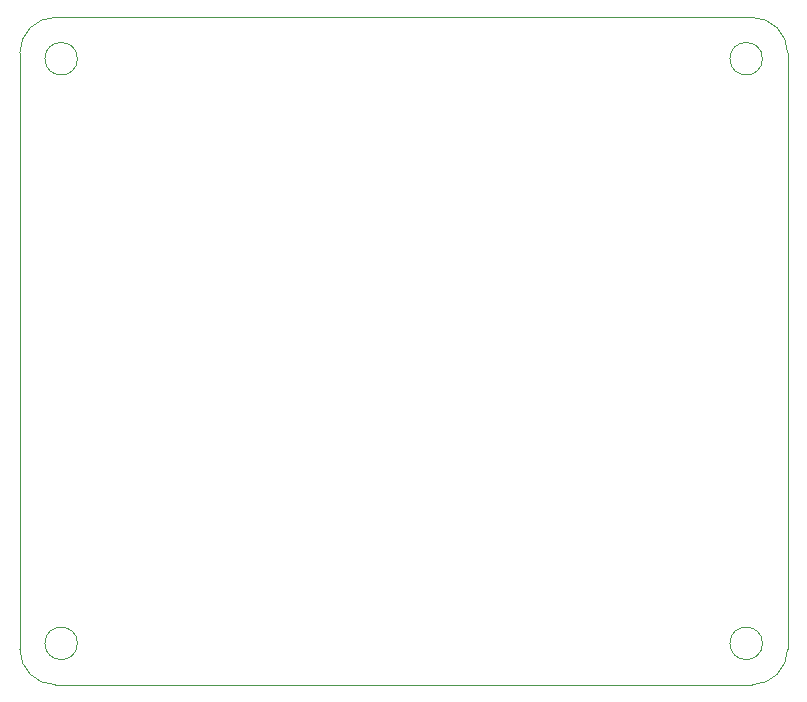
<source format=gm1>
%TF.GenerationSoftware,KiCad,Pcbnew,7.0.8*%
%TF.CreationDate,2024-01-29T19:48:48+09:00*%
%TF.ProjectId,DAC8bit,44414338-6269-4742-9e6b-696361645f70,rev?*%
%TF.SameCoordinates,Original*%
%TF.FileFunction,Profile,NP*%
%FSLAX46Y46*%
G04 Gerber Fmt 4.6, Leading zero omitted, Abs format (unit mm)*
G04 Created by KiCad (PCBNEW 7.0.8) date 2024-01-29 19:48:48*
%MOMM*%
%LPD*%
G01*
G04 APERTURE LIST*
%TA.AperFunction,Profile*%
%ADD10C,0.100000*%
%TD*%
G04 APERTURE END LIST*
D10*
X134125000Y-81175000D02*
G75*
G03*
X134125000Y-81175000I-1375000J0D01*
G01*
X192125000Y-81175000D02*
G75*
G03*
X192125000Y-81175000I-1375000J0D01*
G01*
X191250000Y-134175000D02*
G75*
G03*
X194250000Y-131175000I0J3000000D01*
G01*
X132250000Y-77675000D02*
X191250000Y-77675000D01*
X132250000Y-77675000D02*
G75*
G03*
X129250000Y-80675000I0J-3000000D01*
G01*
X194250000Y-80675000D02*
X194250000Y-131175000D01*
X194250000Y-80675000D02*
G75*
G03*
X191250000Y-77675000I-3000000J0D01*
G01*
X129250000Y-80675000D02*
X129250000Y-131175000D01*
X132250000Y-134175000D02*
X191250000Y-134175000D01*
X134125000Y-130675000D02*
G75*
G03*
X134125000Y-130675000I-1375000J0D01*
G01*
X129250000Y-131175000D02*
G75*
G03*
X132250000Y-134175000I3000000J0D01*
G01*
X192125000Y-130675000D02*
G75*
G03*
X192125000Y-130675000I-1375000J0D01*
G01*
M02*

</source>
